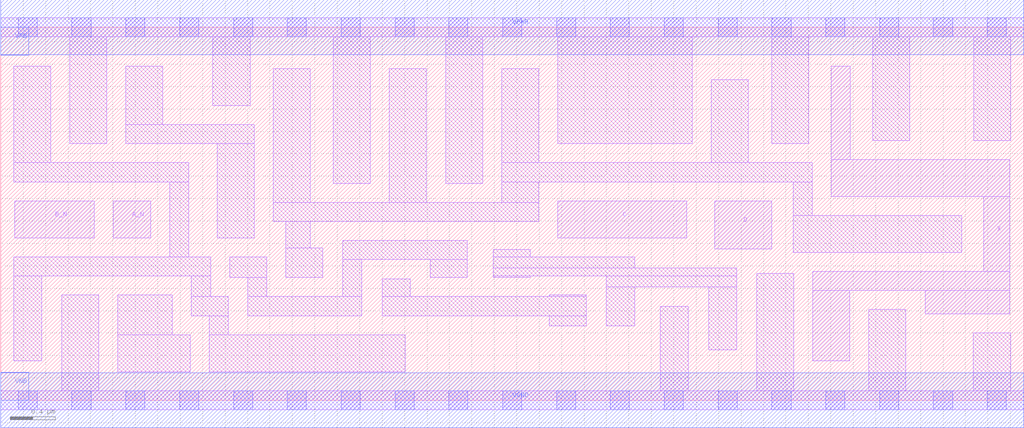
<source format=lef>
# Copyright 2020 The SkyWater PDK Authors
#
# Licensed under the Apache License, Version 2.0 (the "License");
# you may not use this file except in compliance with the License.
# You may obtain a copy of the License at
#
#     https://www.apache.org/licenses/LICENSE-2.0
#
# Unless required by applicable law or agreed to in writing, software
# distributed under the License is distributed on an "AS IS" BASIS,
# WITHOUT WARRANTIES OR CONDITIONS OF ANY KIND, either express or implied.
# See the License for the specific language governing permissions and
# limitations under the License.
#
# SPDX-License-Identifier: Apache-2.0

VERSION 5.5 ;
NAMESCASESENSITIVE ON ;
BUSBITCHARS "[]" ;
DIVIDERCHAR "/" ;
MACRO sky130_fd_sc_hs__and4bb_4
  CLASS CORE ;
  SOURCE USER ;
  ORIGIN  0.000000  0.000000 ;
  SIZE  9.120000 BY  3.330000 ;
  SYMMETRY X Y ;
  SITE unit ;
  PIN A_N
    ANTENNAGATEAREA  0.246000 ;
    DIRECTION INPUT ;
    USE SIGNAL ;
    PORT
      LAYER li1 ;
        RECT 1.005000 1.450000 1.335000 1.780000 ;
    END
  END A_N
  PIN B_N
    ANTENNAGATEAREA  0.246000 ;
    DIRECTION INPUT ;
    USE SIGNAL ;
    PORT
      LAYER li1 ;
        RECT 0.125000 1.450000 0.835000 1.780000 ;
    END
  END B_N
  PIN C
    ANTENNAGATEAREA  0.492000 ;
    DIRECTION INPUT ;
    USE SIGNAL ;
    PORT
      LAYER li1 ;
        RECT 4.965000 1.450000 6.115000 1.780000 ;
    END
  END C
  PIN D
    ANTENNAGATEAREA  0.492000 ;
    DIRECTION INPUT ;
    USE SIGNAL ;
    PORT
      LAYER li1 ;
        RECT 6.365000 1.350000 6.875000 1.780000 ;
    END
  END D
  PIN X
    ANTENNADIFFAREA  1.116000 ;
    DIRECTION OUTPUT ;
    USE SIGNAL ;
    PORT
      LAYER li1 ;
        RECT 7.240000 0.350000 7.570000 0.980000 ;
        RECT 7.240000 0.980000 8.995000 1.150000 ;
        RECT 7.405000 1.820000 8.995000 2.150000 ;
        RECT 7.405000 2.150000 7.575000 2.980000 ;
        RECT 8.240000 0.770000 8.995000 0.980000 ;
        RECT 8.765000 1.150000 8.995000 1.820000 ;
    END
  END X
  PIN VGND
    DIRECTION INOUT ;
    USE GROUND ;
    PORT
      LAYER met1 ;
        RECT 0.000000 -0.245000 9.120000 0.245000 ;
    END
  END VGND
  PIN VNB
    DIRECTION INOUT ;
    USE GROUND ;
    PORT
      LAYER met1 ;
        RECT 0.000000 0.000000 0.250000 0.250000 ;
    END
  END VNB
  PIN VPB
    DIRECTION INOUT ;
    USE POWER ;
    PORT
      LAYER met1 ;
        RECT 0.000000 3.080000 0.250000 3.330000 ;
    END
  END VPB
  PIN VPWR
    DIRECTION INOUT ;
    USE POWER ;
    PORT
      LAYER met1 ;
        RECT 0.000000 3.085000 9.120000 3.575000 ;
    END
  END VPWR
  OBS
    LAYER li1 ;
      RECT 0.000000 -0.085000 9.120000 0.085000 ;
      RECT 0.000000  3.245000 9.120000 3.415000 ;
      RECT 0.115000  0.350000 0.365000 1.110000 ;
      RECT 0.115000  1.110000 1.870000 1.280000 ;
      RECT 0.115000  1.950000 1.675000 2.120000 ;
      RECT 0.115000  2.120000 0.445000 2.980000 ;
      RECT 0.545000  0.085000 0.875000 0.940000 ;
      RECT 0.615000  2.290000 0.945000 3.245000 ;
      RECT 1.045000  0.255000 1.690000 0.585000 ;
      RECT 1.045000  0.585000 1.530000 0.940000 ;
      RECT 1.115000  2.290000 2.260000 2.460000 ;
      RECT 1.115000  2.460000 1.445000 2.980000 ;
      RECT 1.505000  1.280000 1.675000 1.950000 ;
      RECT 1.700000  0.755000 2.030000 0.925000 ;
      RECT 1.700000  0.925000 1.870000 1.110000 ;
      RECT 1.860000  0.255000 3.605000 0.585000 ;
      RECT 1.860000  0.585000 2.030000 0.755000 ;
      RECT 1.890000  2.630000 2.225000 3.245000 ;
      RECT 1.930000  1.450000 2.260000 2.290000 ;
      RECT 2.040000  1.095000 2.370000 1.280000 ;
      RECT 2.200000  0.755000 3.220000 0.925000 ;
      RECT 2.200000  0.925000 2.370000 1.095000 ;
      RECT 2.430000  1.595000 4.795000 1.765000 ;
      RECT 2.430000  1.765000 2.760000 2.960000 ;
      RECT 2.540000  1.095000 2.870000 1.360000 ;
      RECT 2.540000  1.360000 2.760000 1.595000 ;
      RECT 2.965000  1.935000 3.295000 3.245000 ;
      RECT 3.050000  0.925000 3.220000 1.255000 ;
      RECT 3.050000  1.255000 4.160000 1.425000 ;
      RECT 3.400000  0.755000 5.220000 0.925000 ;
      RECT 3.400000  0.925000 3.650000 1.085000 ;
      RECT 3.465000  1.765000 3.795000 2.960000 ;
      RECT 3.830000  1.095000 4.160000 1.255000 ;
      RECT 3.965000  1.935000 4.295000 3.245000 ;
      RECT 4.390000  1.095000 4.720000 1.110000 ;
      RECT 4.390000  1.110000 6.560000 1.180000 ;
      RECT 4.390000  1.180000 5.650000 1.280000 ;
      RECT 4.390000  1.280000 4.720000 1.345000 ;
      RECT 4.465000  1.765000 4.795000 1.950000 ;
      RECT 4.465000  1.950000 7.235000 2.120000 ;
      RECT 4.465000  2.120000 4.795000 2.960000 ;
      RECT 4.890000  0.665000 5.220000 0.755000 ;
      RECT 4.890000  0.925000 5.220000 0.940000 ;
      RECT 4.965000  2.290000 6.165000 3.245000 ;
      RECT 5.400000  0.665000 5.650000 1.010000 ;
      RECT 5.400000  1.010000 6.560000 1.110000 ;
      RECT 5.880000  0.085000 6.130000 0.840000 ;
      RECT 6.310000  0.450000 6.560000 1.010000 ;
      RECT 6.335000  2.120000 6.665000 2.860000 ;
      RECT 6.740000  0.085000 7.070000 1.130000 ;
      RECT 6.875000  2.290000 7.205000 3.245000 ;
      RECT 7.065000  1.320000 8.565000 1.650000 ;
      RECT 7.065000  1.650000 7.235000 1.950000 ;
      RECT 7.740000  0.085000 8.070000 0.810000 ;
      RECT 7.775000  2.320000 8.105000 3.245000 ;
      RECT 8.670000  0.085000 9.005000 0.600000 ;
      RECT 8.675000  2.320000 9.005000 3.245000 ;
    LAYER mcon ;
      RECT 0.155000 -0.085000 0.325000 0.085000 ;
      RECT 0.155000  3.245000 0.325000 3.415000 ;
      RECT 0.635000 -0.085000 0.805000 0.085000 ;
      RECT 0.635000  3.245000 0.805000 3.415000 ;
      RECT 1.115000 -0.085000 1.285000 0.085000 ;
      RECT 1.115000  3.245000 1.285000 3.415000 ;
      RECT 1.595000 -0.085000 1.765000 0.085000 ;
      RECT 1.595000  3.245000 1.765000 3.415000 ;
      RECT 2.075000 -0.085000 2.245000 0.085000 ;
      RECT 2.075000  3.245000 2.245000 3.415000 ;
      RECT 2.555000 -0.085000 2.725000 0.085000 ;
      RECT 2.555000  3.245000 2.725000 3.415000 ;
      RECT 3.035000 -0.085000 3.205000 0.085000 ;
      RECT 3.035000  3.245000 3.205000 3.415000 ;
      RECT 3.515000 -0.085000 3.685000 0.085000 ;
      RECT 3.515000  3.245000 3.685000 3.415000 ;
      RECT 3.995000 -0.085000 4.165000 0.085000 ;
      RECT 3.995000  3.245000 4.165000 3.415000 ;
      RECT 4.475000 -0.085000 4.645000 0.085000 ;
      RECT 4.475000  3.245000 4.645000 3.415000 ;
      RECT 4.955000 -0.085000 5.125000 0.085000 ;
      RECT 4.955000  3.245000 5.125000 3.415000 ;
      RECT 5.435000 -0.085000 5.605000 0.085000 ;
      RECT 5.435000  3.245000 5.605000 3.415000 ;
      RECT 5.915000 -0.085000 6.085000 0.085000 ;
      RECT 5.915000  3.245000 6.085000 3.415000 ;
      RECT 6.395000 -0.085000 6.565000 0.085000 ;
      RECT 6.395000  3.245000 6.565000 3.415000 ;
      RECT 6.875000 -0.085000 7.045000 0.085000 ;
      RECT 6.875000  3.245000 7.045000 3.415000 ;
      RECT 7.355000 -0.085000 7.525000 0.085000 ;
      RECT 7.355000  3.245000 7.525000 3.415000 ;
      RECT 7.835000 -0.085000 8.005000 0.085000 ;
      RECT 7.835000  3.245000 8.005000 3.415000 ;
      RECT 8.315000 -0.085000 8.485000 0.085000 ;
      RECT 8.315000  3.245000 8.485000 3.415000 ;
      RECT 8.795000 -0.085000 8.965000 0.085000 ;
      RECT 8.795000  3.245000 8.965000 3.415000 ;
  END
END sky130_fd_sc_hs__and4bb_4
END LIBRARY

</source>
